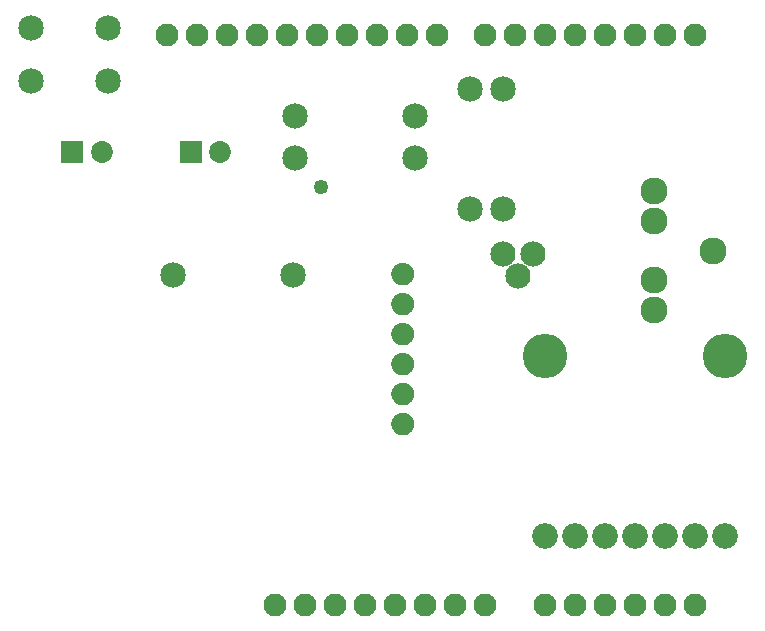
<source format=gts>
G04 MADE WITH FRITZING*
G04 WWW.FRITZING.ORG*
G04 DOUBLE SIDED*
G04 HOLES PLATED*
G04 CONTOUR ON CENTER OF CONTOUR VECTOR*
%ASAXBY*%
%FSLAX23Y23*%
%MOIN*%
%OFA0B0*%
%SFA1.0B1.0*%
%ADD10C,0.085000*%
%ADD11C,0.049370*%
%ADD12C,0.096614*%
%ADD13C,0.072992*%
%ADD14C,0.148425*%
%ADD15C,0.086000*%
%ADD16C,0.076194*%
%ADD17C,0.076222*%
%ADD18C,0.090350*%
%ADD19C,0.084000*%
%ADD20R,0.072992X0.072992*%
%ADD21R,0.001000X0.001000*%
%LNMASK1*%
G90*
G70*
G54D10*
X773Y1203D03*
X1173Y1203D03*
X1763Y1823D03*
X1763Y1423D03*
X1873Y1823D03*
X1873Y1423D03*
G54D11*
X1265Y1495D03*
G54D10*
X555Y1849D03*
X299Y1849D03*
X555Y2026D03*
X299Y2026D03*
G54D12*
X2013Y933D03*
X2615Y934D03*
G54D10*
X1179Y1593D03*
X1579Y1593D03*
X1179Y1731D03*
X1579Y1731D03*
G54D13*
X831Y1613D03*
X929Y1613D03*
X437Y1613D03*
X535Y1613D03*
G54D14*
X2613Y933D03*
G54D15*
X2013Y333D03*
X2113Y333D03*
X2213Y333D03*
X2313Y333D03*
X2413Y333D03*
X2513Y333D03*
X2613Y333D03*
G54D14*
X2013Y933D03*
G54D16*
X2113Y103D03*
X2213Y103D03*
X2313Y103D03*
X2413Y103D03*
X2513Y103D03*
G54D17*
X1653Y2003D03*
X1553Y2003D03*
X1453Y2003D03*
X1353Y2003D03*
X1253Y2003D03*
X1153Y2003D03*
X1053Y2003D03*
X953Y2003D03*
X853Y2003D03*
X753Y2003D03*
X2513Y2003D03*
X2413Y2003D03*
X2313Y2003D03*
X2213Y2003D03*
X2113Y2003D03*
X2013Y2003D03*
X1913Y2003D03*
X1813Y2003D03*
G54D16*
X1213Y103D03*
X1113Y103D03*
X1313Y103D03*
X1413Y103D03*
X1513Y103D03*
X1613Y103D03*
X1713Y103D03*
X1813Y103D03*
X2013Y103D03*
G54D18*
X2573Y1283D03*
X2377Y1086D03*
X2377Y1185D03*
X2377Y1381D03*
X2377Y1480D03*
G54D19*
X1873Y1273D03*
X1923Y1198D03*
X1973Y1273D03*
X1873Y1273D03*
X1923Y1198D03*
X1973Y1273D03*
G54D20*
X831Y1613D03*
X437Y1613D03*
G54D21*
X1537Y1242D02*
X1540Y1242D01*
X1530Y1241D02*
X1547Y1241D01*
X1527Y1240D02*
X1550Y1240D01*
X1524Y1239D02*
X1553Y1239D01*
X1522Y1238D02*
X1555Y1238D01*
X1520Y1237D02*
X1557Y1237D01*
X1518Y1236D02*
X1558Y1236D01*
X1517Y1235D02*
X1560Y1235D01*
X1516Y1234D02*
X1561Y1234D01*
X1514Y1233D02*
X1563Y1233D01*
X1513Y1232D02*
X1564Y1232D01*
X1512Y1231D02*
X1565Y1231D01*
X1511Y1230D02*
X1566Y1230D01*
X1510Y1229D02*
X1567Y1229D01*
X1509Y1228D02*
X1567Y1228D01*
X1509Y1227D02*
X1568Y1227D01*
X1508Y1226D02*
X1569Y1226D01*
X1507Y1225D02*
X1570Y1225D01*
X1507Y1224D02*
X1570Y1224D01*
X1506Y1223D02*
X1571Y1223D01*
X1505Y1222D02*
X1571Y1222D01*
X1505Y1221D02*
X1572Y1221D01*
X1504Y1220D02*
X1572Y1220D01*
X1504Y1219D02*
X1573Y1219D01*
X1504Y1218D02*
X1573Y1218D01*
X1503Y1217D02*
X1574Y1217D01*
X1503Y1216D02*
X1574Y1216D01*
X1503Y1215D02*
X1574Y1215D01*
X1502Y1214D02*
X1574Y1214D01*
X1502Y1213D02*
X1575Y1213D01*
X1502Y1212D02*
X1575Y1212D01*
X1502Y1211D02*
X1575Y1211D01*
X1501Y1210D02*
X1575Y1210D01*
X1501Y1209D02*
X1575Y1209D01*
X1501Y1208D02*
X1576Y1208D01*
X1501Y1207D02*
X1576Y1207D01*
X1501Y1206D02*
X1576Y1206D01*
X1501Y1205D02*
X1576Y1205D01*
X1501Y1204D02*
X1576Y1204D01*
X1501Y1203D02*
X1576Y1203D01*
X1501Y1202D02*
X1576Y1202D01*
X1501Y1201D02*
X1576Y1201D01*
X1501Y1200D02*
X1576Y1200D01*
X1501Y1199D02*
X1575Y1199D01*
X1502Y1198D02*
X1575Y1198D01*
X1502Y1197D02*
X1575Y1197D01*
X1502Y1196D02*
X1575Y1196D01*
X1502Y1195D02*
X1575Y1195D01*
X1502Y1194D02*
X1574Y1194D01*
X1503Y1193D02*
X1574Y1193D01*
X1503Y1192D02*
X1574Y1192D01*
X1503Y1191D02*
X1573Y1191D01*
X1504Y1190D02*
X1573Y1190D01*
X1504Y1189D02*
X1573Y1189D01*
X1505Y1188D02*
X1572Y1188D01*
X1505Y1187D02*
X1572Y1187D01*
X1506Y1186D02*
X1571Y1186D01*
X1506Y1185D02*
X1571Y1185D01*
X1507Y1184D02*
X1570Y1184D01*
X1507Y1183D02*
X1569Y1183D01*
X1508Y1182D02*
X1569Y1182D01*
X1509Y1181D02*
X1568Y1181D01*
X1510Y1180D02*
X1567Y1180D01*
X1511Y1179D02*
X1566Y1179D01*
X1511Y1178D02*
X1565Y1178D01*
X1512Y1177D02*
X1564Y1177D01*
X1513Y1176D02*
X1563Y1176D01*
X1515Y1175D02*
X1562Y1175D01*
X1516Y1174D02*
X1561Y1174D01*
X1517Y1173D02*
X1560Y1173D01*
X1519Y1172D02*
X1558Y1172D01*
X1520Y1171D02*
X1556Y1171D01*
X1522Y1170D02*
X1554Y1170D01*
X1524Y1169D02*
X1552Y1169D01*
X1527Y1168D02*
X1549Y1168D01*
X1531Y1167D02*
X1546Y1167D01*
X1536Y1142D02*
X1540Y1142D01*
X1530Y1141D02*
X1547Y1141D01*
X1527Y1140D02*
X1550Y1140D01*
X1524Y1139D02*
X1553Y1139D01*
X1522Y1138D02*
X1555Y1138D01*
X1520Y1137D02*
X1557Y1137D01*
X1518Y1136D02*
X1558Y1136D01*
X1517Y1135D02*
X1560Y1135D01*
X1516Y1134D02*
X1561Y1134D01*
X1514Y1133D02*
X1563Y1133D01*
X1513Y1132D02*
X1564Y1132D01*
X1512Y1131D02*
X1565Y1131D01*
X1511Y1130D02*
X1566Y1130D01*
X1510Y1129D02*
X1567Y1129D01*
X1509Y1128D02*
X1567Y1128D01*
X1509Y1127D02*
X1568Y1127D01*
X1508Y1126D02*
X1569Y1126D01*
X1507Y1125D02*
X1570Y1125D01*
X1507Y1124D02*
X1570Y1124D01*
X1506Y1123D02*
X1571Y1123D01*
X1505Y1122D02*
X1571Y1122D01*
X1505Y1121D02*
X1572Y1121D01*
X1504Y1120D02*
X1572Y1120D01*
X1504Y1119D02*
X1573Y1119D01*
X1504Y1118D02*
X1573Y1118D01*
X1503Y1117D02*
X1574Y1117D01*
X1503Y1116D02*
X1574Y1116D01*
X1503Y1115D02*
X1574Y1115D01*
X1502Y1114D02*
X1574Y1114D01*
X1502Y1113D02*
X1575Y1113D01*
X1502Y1112D02*
X1575Y1112D01*
X1502Y1111D02*
X1575Y1111D01*
X1501Y1110D02*
X1575Y1110D01*
X1501Y1109D02*
X1575Y1109D01*
X1501Y1108D02*
X1576Y1108D01*
X1501Y1107D02*
X1576Y1107D01*
X1501Y1106D02*
X1576Y1106D01*
X1501Y1105D02*
X1576Y1105D01*
X1501Y1104D02*
X1576Y1104D01*
X1501Y1103D02*
X1576Y1103D01*
X1501Y1102D02*
X1576Y1102D01*
X1501Y1101D02*
X1576Y1101D01*
X1501Y1100D02*
X1576Y1100D01*
X1501Y1099D02*
X1575Y1099D01*
X1502Y1098D02*
X1575Y1098D01*
X1502Y1097D02*
X1575Y1097D01*
X1502Y1096D02*
X1575Y1096D01*
X1502Y1095D02*
X1575Y1095D01*
X1502Y1094D02*
X1574Y1094D01*
X1503Y1093D02*
X1574Y1093D01*
X1503Y1092D02*
X1574Y1092D01*
X1503Y1091D02*
X1573Y1091D01*
X1504Y1090D02*
X1573Y1090D01*
X1504Y1089D02*
X1573Y1089D01*
X1505Y1088D02*
X1572Y1088D01*
X1505Y1087D02*
X1572Y1087D01*
X1506Y1086D02*
X1571Y1086D01*
X1506Y1085D02*
X1571Y1085D01*
X1507Y1084D02*
X1570Y1084D01*
X1507Y1083D02*
X1569Y1083D01*
X1508Y1082D02*
X1569Y1082D01*
X1509Y1081D02*
X1568Y1081D01*
X1510Y1080D02*
X1567Y1080D01*
X1511Y1079D02*
X1566Y1079D01*
X1511Y1078D02*
X1565Y1078D01*
X1512Y1077D02*
X1564Y1077D01*
X1514Y1076D02*
X1563Y1076D01*
X1515Y1075D02*
X1562Y1075D01*
X1516Y1074D02*
X1561Y1074D01*
X1517Y1073D02*
X1559Y1073D01*
X1519Y1072D02*
X1558Y1072D01*
X1521Y1071D02*
X1556Y1071D01*
X1522Y1070D02*
X1554Y1070D01*
X1525Y1069D02*
X1552Y1069D01*
X1527Y1068D02*
X1549Y1068D01*
X1531Y1067D02*
X1545Y1067D01*
X1536Y1042D02*
X1541Y1042D01*
X1530Y1041D02*
X1547Y1041D01*
X1526Y1040D02*
X1550Y1040D01*
X1524Y1039D02*
X1553Y1039D01*
X1522Y1038D02*
X1555Y1038D01*
X1520Y1037D02*
X1557Y1037D01*
X1518Y1036D02*
X1558Y1036D01*
X1517Y1035D02*
X1560Y1035D01*
X1516Y1034D02*
X1561Y1034D01*
X1514Y1033D02*
X1563Y1033D01*
X1513Y1032D02*
X1564Y1032D01*
X1512Y1031D02*
X1565Y1031D01*
X1511Y1030D02*
X1566Y1030D01*
X1510Y1029D02*
X1567Y1029D01*
X1509Y1028D02*
X1567Y1028D01*
X1509Y1027D02*
X1568Y1027D01*
X1508Y1026D02*
X1569Y1026D01*
X1507Y1025D02*
X1570Y1025D01*
X1507Y1024D02*
X1570Y1024D01*
X1506Y1023D02*
X1571Y1023D01*
X1505Y1022D02*
X1571Y1022D01*
X1505Y1021D02*
X1572Y1021D01*
X1504Y1020D02*
X1572Y1020D01*
X1504Y1019D02*
X1573Y1019D01*
X1504Y1018D02*
X1573Y1018D01*
X1503Y1017D02*
X1574Y1017D01*
X1503Y1016D02*
X1574Y1016D01*
X1503Y1015D02*
X1574Y1015D01*
X1502Y1014D02*
X1574Y1014D01*
X1502Y1013D02*
X1575Y1013D01*
X1502Y1012D02*
X1575Y1012D01*
X1502Y1011D02*
X1575Y1011D01*
X1501Y1010D02*
X1575Y1010D01*
X1501Y1009D02*
X1575Y1009D01*
X1501Y1008D02*
X1576Y1008D01*
X1501Y1007D02*
X1576Y1007D01*
X1501Y1006D02*
X1576Y1006D01*
X1501Y1005D02*
X1576Y1005D01*
X1501Y1004D02*
X1576Y1004D01*
X1501Y1003D02*
X1576Y1003D01*
X1501Y1002D02*
X1576Y1002D01*
X1501Y1001D02*
X1576Y1001D01*
X1501Y1000D02*
X1576Y1000D01*
X1501Y999D02*
X1575Y999D01*
X1502Y998D02*
X1575Y998D01*
X1502Y997D02*
X1575Y997D01*
X1502Y996D02*
X1575Y996D01*
X1502Y995D02*
X1575Y995D01*
X1502Y994D02*
X1574Y994D01*
X1503Y993D02*
X1574Y993D01*
X1503Y992D02*
X1574Y992D01*
X1503Y991D02*
X1573Y991D01*
X1504Y990D02*
X1573Y990D01*
X1504Y989D02*
X1573Y989D01*
X1505Y988D02*
X1572Y988D01*
X1505Y987D02*
X1572Y987D01*
X1506Y986D02*
X1571Y986D01*
X1506Y985D02*
X1571Y985D01*
X1507Y984D02*
X1570Y984D01*
X1507Y983D02*
X1569Y983D01*
X1508Y982D02*
X1569Y982D01*
X1509Y981D02*
X1568Y981D01*
X1510Y980D02*
X1567Y980D01*
X1511Y979D02*
X1566Y979D01*
X1511Y978D02*
X1565Y978D01*
X1512Y977D02*
X1564Y977D01*
X1514Y976D02*
X1563Y976D01*
X1515Y975D02*
X1562Y975D01*
X1516Y974D02*
X1561Y974D01*
X1517Y973D02*
X1559Y973D01*
X1519Y972D02*
X1558Y972D01*
X1521Y971D02*
X1556Y971D01*
X1522Y970D02*
X1554Y970D01*
X1525Y969D02*
X1552Y969D01*
X1528Y968D02*
X1549Y968D01*
X1532Y967D02*
X1545Y967D01*
X1536Y942D02*
X1541Y942D01*
X1530Y941D02*
X1547Y941D01*
X1526Y940D02*
X1550Y940D01*
X1524Y939D02*
X1553Y939D01*
X1522Y938D02*
X1555Y938D01*
X1520Y937D02*
X1557Y937D01*
X1518Y936D02*
X1558Y936D01*
X1517Y935D02*
X1560Y935D01*
X1516Y934D02*
X1561Y934D01*
X1514Y933D02*
X1563Y933D01*
X1513Y932D02*
X1564Y932D01*
X1512Y931D02*
X1565Y931D01*
X1511Y930D02*
X1566Y930D01*
X1510Y929D02*
X1567Y929D01*
X1509Y928D02*
X1567Y928D01*
X1509Y927D02*
X1568Y927D01*
X1508Y926D02*
X1569Y926D01*
X1507Y925D02*
X1570Y925D01*
X1507Y924D02*
X1570Y924D01*
X1506Y923D02*
X1571Y923D01*
X1505Y922D02*
X1571Y922D01*
X1505Y921D02*
X1572Y921D01*
X1504Y920D02*
X1572Y920D01*
X1504Y919D02*
X1573Y919D01*
X1504Y918D02*
X1573Y918D01*
X1503Y917D02*
X1574Y917D01*
X1503Y916D02*
X1574Y916D01*
X1503Y915D02*
X1574Y915D01*
X1502Y914D02*
X1575Y914D01*
X1502Y913D02*
X1575Y913D01*
X1502Y912D02*
X1575Y912D01*
X1502Y911D02*
X1575Y911D01*
X1501Y910D02*
X1575Y910D01*
X1501Y909D02*
X1575Y909D01*
X1501Y908D02*
X1576Y908D01*
X1501Y907D02*
X1576Y907D01*
X1501Y906D02*
X1576Y906D01*
X1501Y905D02*
X1576Y905D01*
X1501Y904D02*
X1576Y904D01*
X1501Y903D02*
X1576Y903D01*
X1501Y902D02*
X1576Y902D01*
X1501Y901D02*
X1576Y901D01*
X1501Y900D02*
X1576Y900D01*
X1501Y899D02*
X1575Y899D01*
X1502Y898D02*
X1575Y898D01*
X1502Y897D02*
X1575Y897D01*
X1502Y896D02*
X1575Y896D01*
X1502Y895D02*
X1575Y895D01*
X1502Y894D02*
X1574Y894D01*
X1503Y893D02*
X1574Y893D01*
X1503Y892D02*
X1574Y892D01*
X1503Y891D02*
X1573Y891D01*
X1504Y890D02*
X1573Y890D01*
X1504Y889D02*
X1573Y889D01*
X1505Y888D02*
X1572Y888D01*
X1505Y887D02*
X1572Y887D01*
X1506Y886D02*
X1571Y886D01*
X1506Y885D02*
X1571Y885D01*
X1507Y884D02*
X1570Y884D01*
X1507Y883D02*
X1569Y883D01*
X1508Y882D02*
X1569Y882D01*
X1509Y881D02*
X1568Y881D01*
X1510Y880D02*
X1567Y880D01*
X1511Y879D02*
X1566Y879D01*
X1511Y878D02*
X1565Y878D01*
X1512Y877D02*
X1564Y877D01*
X1514Y876D02*
X1563Y876D01*
X1515Y875D02*
X1562Y875D01*
X1516Y874D02*
X1561Y874D01*
X1517Y873D02*
X1559Y873D01*
X1519Y872D02*
X1558Y872D01*
X1521Y871D02*
X1556Y871D01*
X1522Y870D02*
X1554Y870D01*
X1525Y869D02*
X1552Y869D01*
X1527Y868D02*
X1549Y868D01*
X1532Y867D02*
X1545Y867D01*
X1535Y842D02*
X1541Y842D01*
X1530Y841D02*
X1547Y841D01*
X1526Y840D02*
X1551Y840D01*
X1524Y839D02*
X1553Y839D01*
X1522Y838D02*
X1555Y838D01*
X1520Y837D02*
X1557Y837D01*
X1518Y836D02*
X1559Y836D01*
X1517Y835D02*
X1560Y835D01*
X1515Y834D02*
X1561Y834D01*
X1514Y833D02*
X1563Y833D01*
X1513Y832D02*
X1564Y832D01*
X1512Y831D02*
X1565Y831D01*
X1511Y830D02*
X1566Y830D01*
X1510Y829D02*
X1567Y829D01*
X1509Y828D02*
X1567Y828D01*
X1509Y827D02*
X1568Y827D01*
X1508Y826D02*
X1569Y826D01*
X1507Y825D02*
X1570Y825D01*
X1507Y824D02*
X1570Y824D01*
X1506Y823D02*
X1571Y823D01*
X1505Y822D02*
X1571Y822D01*
X1505Y821D02*
X1572Y821D01*
X1504Y820D02*
X1572Y820D01*
X1504Y819D02*
X1573Y819D01*
X1504Y818D02*
X1573Y818D01*
X1503Y817D02*
X1574Y817D01*
X1503Y816D02*
X1574Y816D01*
X1503Y815D02*
X1574Y815D01*
X1502Y814D02*
X1575Y814D01*
X1502Y813D02*
X1575Y813D01*
X1502Y812D02*
X1575Y812D01*
X1502Y811D02*
X1575Y811D01*
X1501Y810D02*
X1575Y810D01*
X1501Y809D02*
X1576Y809D01*
X1501Y808D02*
X1576Y808D01*
X1501Y807D02*
X1576Y807D01*
X1501Y806D02*
X1576Y806D01*
X1501Y805D02*
X1576Y805D01*
X1501Y804D02*
X1576Y804D01*
X1501Y803D02*
X1576Y803D01*
X1501Y802D02*
X1576Y802D01*
X1501Y801D02*
X1576Y801D01*
X1501Y800D02*
X1576Y800D01*
X1501Y799D02*
X1575Y799D01*
X1502Y798D02*
X1575Y798D01*
X1502Y797D02*
X1575Y797D01*
X1502Y796D02*
X1575Y796D01*
X1502Y795D02*
X1575Y795D01*
X1502Y794D02*
X1574Y794D01*
X1503Y793D02*
X1574Y793D01*
X1503Y792D02*
X1574Y792D01*
X1503Y791D02*
X1573Y791D01*
X1504Y790D02*
X1573Y790D01*
X1504Y789D02*
X1573Y789D01*
X1505Y788D02*
X1572Y788D01*
X1505Y787D02*
X1572Y787D01*
X1506Y786D02*
X1571Y786D01*
X1506Y785D02*
X1571Y785D01*
X1507Y784D02*
X1570Y784D01*
X1508Y783D02*
X1569Y783D01*
X1508Y782D02*
X1569Y782D01*
X1509Y781D02*
X1568Y781D01*
X1510Y780D02*
X1567Y780D01*
X1511Y779D02*
X1566Y779D01*
X1512Y778D02*
X1565Y778D01*
X1512Y777D02*
X1564Y777D01*
X1514Y776D02*
X1563Y776D01*
X1515Y775D02*
X1562Y775D01*
X1516Y774D02*
X1561Y774D01*
X1517Y773D02*
X1559Y773D01*
X1519Y772D02*
X1558Y772D01*
X1521Y771D02*
X1556Y771D01*
X1523Y770D02*
X1554Y770D01*
X1525Y769D02*
X1552Y769D01*
X1528Y768D02*
X1549Y768D01*
X1532Y767D02*
X1545Y767D01*
X1535Y742D02*
X1542Y742D01*
X1530Y741D02*
X1547Y741D01*
X1526Y740D02*
X1551Y740D01*
X1524Y739D02*
X1553Y739D01*
X1522Y738D02*
X1555Y738D01*
X1520Y737D02*
X1557Y737D01*
X1518Y736D02*
X1559Y736D01*
X1517Y735D02*
X1560Y735D01*
X1515Y734D02*
X1561Y734D01*
X1514Y733D02*
X1563Y733D01*
X1513Y732D02*
X1564Y732D01*
X1512Y731D02*
X1565Y731D01*
X1511Y730D02*
X1566Y730D01*
X1510Y729D02*
X1567Y729D01*
X1509Y728D02*
X1567Y728D01*
X1509Y727D02*
X1568Y727D01*
X1508Y726D02*
X1569Y726D01*
X1507Y725D02*
X1570Y725D01*
X1507Y724D02*
X1570Y724D01*
X1506Y723D02*
X1571Y723D01*
X1505Y722D02*
X1571Y722D01*
X1505Y721D02*
X1572Y721D01*
X1504Y720D02*
X1572Y720D01*
X1504Y719D02*
X1573Y719D01*
X1504Y718D02*
X1573Y718D01*
X1503Y717D02*
X1574Y717D01*
X1503Y716D02*
X1574Y716D01*
X1503Y715D02*
X1574Y715D01*
X1502Y714D02*
X1575Y714D01*
X1502Y713D02*
X1575Y713D01*
X1502Y712D02*
X1575Y712D01*
X1502Y711D02*
X1575Y711D01*
X1501Y710D02*
X1575Y710D01*
X1501Y709D02*
X1575Y709D01*
X1501Y708D02*
X1576Y708D01*
X1501Y707D02*
X1576Y707D01*
X1501Y706D02*
X1576Y706D01*
X1501Y705D02*
X1576Y705D01*
X1501Y704D02*
X1576Y704D01*
X1501Y703D02*
X1576Y703D01*
X1501Y702D02*
X1576Y702D01*
X1501Y701D02*
X1576Y701D01*
X1501Y700D02*
X1576Y700D01*
X1501Y699D02*
X1575Y699D01*
X1502Y698D02*
X1575Y698D01*
X1502Y697D02*
X1575Y697D01*
X1502Y696D02*
X1575Y696D01*
X1502Y695D02*
X1575Y695D01*
X1502Y694D02*
X1574Y694D01*
X1503Y693D02*
X1574Y693D01*
X1503Y692D02*
X1574Y692D01*
X1503Y691D02*
X1573Y691D01*
X1504Y690D02*
X1573Y690D01*
X1504Y689D02*
X1573Y689D01*
X1505Y688D02*
X1572Y688D01*
X1505Y687D02*
X1572Y687D01*
X1506Y686D02*
X1571Y686D01*
X1506Y685D02*
X1571Y685D01*
X1507Y684D02*
X1570Y684D01*
X1508Y683D02*
X1569Y683D01*
X1508Y682D02*
X1569Y682D01*
X1509Y681D02*
X1568Y681D01*
X1510Y680D02*
X1567Y680D01*
X1511Y679D02*
X1566Y679D01*
X1512Y678D02*
X1565Y678D01*
X1512Y677D02*
X1564Y677D01*
X1514Y676D02*
X1563Y676D01*
X1515Y675D02*
X1562Y675D01*
X1516Y674D02*
X1561Y674D01*
X1517Y673D02*
X1559Y673D01*
X1519Y672D02*
X1558Y672D01*
X1521Y671D02*
X1556Y671D01*
X1523Y670D02*
X1554Y670D01*
X1525Y669D02*
X1552Y669D01*
X1528Y668D02*
X1549Y668D01*
X1532Y667D02*
X1545Y667D01*
D02*
G04 End of Mask1*
M02*
</source>
